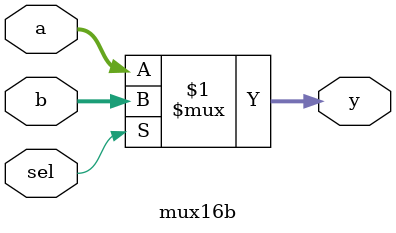
<source format=v>
module mux16b (
    input wire [15:0] a,  // Đầu vào 16 bit thứ nhất
    input wire [15:0] b,  // Đầu vào 16 bit thứ hai
    input wire sel,       // Đường chọn
    output wire [15:0] y  // Đầu ra 16 bit
);
    assign y = sel ? b : a;
endmodule

</source>
